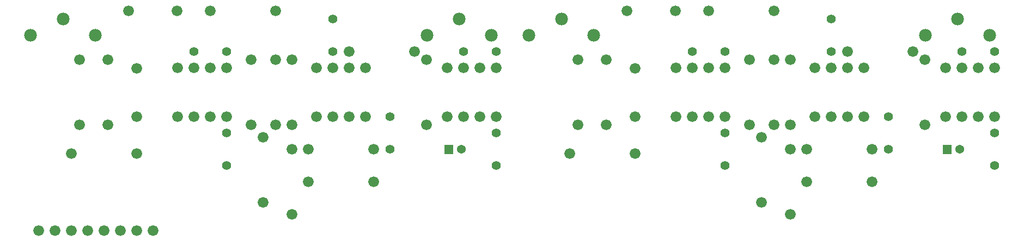
<source format=gbr>
G04 start of page 6 for group -4062 idx -4062 *
G04 Title: 26.006.00.01.01.pcb, soldermask *
G04 Creator: pcb 20100929 *
G04 CreationDate: Wed Mar 18 07:56:07 2015 UTC *
G04 For: bert *
G04 Format: Gerber/RS-274X *
G04 PCB-Dimensions: 620000 170000 *
G04 PCB-Coordinate-Origin: lower left *
%MOIN*%
%FSLAX25Y25*%
%LNBACKMASK*%
%ADD11C,0.0200*%
%ADD16C,0.0540*%
%ADD24C,0.0660*%
%ADD25C,0.0780*%
%ADD26C,0.0560*%
G54D24*X15000Y15000D03*
X25000D03*
X35000D03*
X45000D03*
X40000Y80000D03*
X55000Y15000D03*
X65000D03*
X57500Y80000D03*
X35000Y62500D03*
G54D25*X10315Y135158D03*
G54D24*X40000Y120000D03*
X57500D03*
G54D25*X30000Y145000D03*
G54D24*X70236Y150000D03*
X99764D03*
X160000D03*
X120000D03*
X130000Y115000D03*
X120000D03*
X110000D03*
X100000D03*
X75000Y114764D03*
X160000Y120000D03*
X145000D03*
G54D26*X130000Y125000D03*
X110000D03*
G54D24*X75000Y15000D03*
Y62500D03*
X85000Y15000D03*
X100000Y85000D03*
G54D26*X130000Y55000D03*
Y75000D03*
X600000Y55000D03*
Y75000D03*
G54D24*Y85000D03*
G54D26*Y125000D03*
G54D25*X597185Y135158D03*
G54D24*X570000Y85000D03*
X580000D03*
X590000D03*
X557500Y80000D03*
X600000Y115000D03*
X590000D03*
X580000D03*
X570000D03*
G54D11*G36*
X568363Y67700D02*Y62300D01*
X573763D01*
Y67700D01*
X568363D01*
G37*
G54D16*X578937Y65000D03*
G54D24*X550000Y125000D03*
X557500Y120000D03*
G54D26*X580000Y125000D03*
G54D25*X557815Y135158D03*
X577500Y145000D03*
G54D24*X405000Y85000D03*
X415000D03*
X425000D03*
X380000Y85236D03*
X435000Y85000D03*
Y115000D03*
X425000D03*
X415000D03*
G54D26*X435000Y55000D03*
Y75000D03*
G54D24*X405000Y115000D03*
X380000Y114764D03*
X450000Y80000D03*
Y120000D03*
X490000Y85000D03*
X500000D03*
X510000D03*
X520000D03*
G54D26*X500000Y145000D03*
Y125000D03*
G54D24*X485000Y45000D03*
Y65000D03*
X525000Y45000D03*
Y65000D03*
G54D26*X535000D03*
Y85000D03*
G54D24*X475000Y25000D03*
X457500Y32500D03*
X475000Y65000D03*
Y80000D03*
X465000D03*
X457500Y72500D03*
X475000Y120000D03*
X375236Y150000D03*
X404764D03*
X465000D03*
X425000D03*
G54D25*X335000Y145000D03*
G54D24*X520000Y115000D03*
X510000D03*
X500000D03*
X490000D03*
X510000Y125000D03*
X465000Y120000D03*
G54D26*X435000Y125000D03*
X415000D03*
G54D24*X345000Y80000D03*
X362500D03*
X340000Y62500D03*
X380000D03*
X345000Y120000D03*
X362500D03*
X265000Y85000D03*
X275000D03*
X285000D03*
X252500Y80000D03*
X295000Y85000D03*
G54D26*Y55000D03*
Y75000D03*
G54D11*G36*
X263363Y67700D02*Y62300D01*
X268763D01*
Y67700D01*
X263363D01*
G37*
G54D16*X273937Y65000D03*
G54D25*X49685Y135158D03*
X315315D03*
X354685D03*
X252815D03*
X292185D03*
G54D24*X295000Y115000D03*
X285000D03*
X275000D03*
X265000D03*
X215000D03*
X245000Y125000D03*
X252500Y120000D03*
G54D26*X295000Y125000D03*
X275000D03*
G54D24*X205000Y115000D03*
X195000D03*
G54D26*Y125000D03*
G54D24*X205000D03*
X185000Y115000D03*
G54D26*X195000Y145000D03*
G54D24*X170000Y120000D03*
G54D25*X272500Y145000D03*
G54D24*X110000Y85000D03*
X120000D03*
X130000D03*
X185000D03*
X195000D03*
X75000Y85236D03*
X205000Y85000D03*
X215000D03*
X220000Y65000D03*
X180000Y45000D03*
X220000D03*
X170000Y25000D03*
X152500Y32500D03*
X170000Y65000D03*
Y80000D03*
X180000Y65000D03*
X160000Y80000D03*
X145000D03*
X152500Y72500D03*
G54D26*X230000Y65000D03*
Y85000D03*
M02*

</source>
